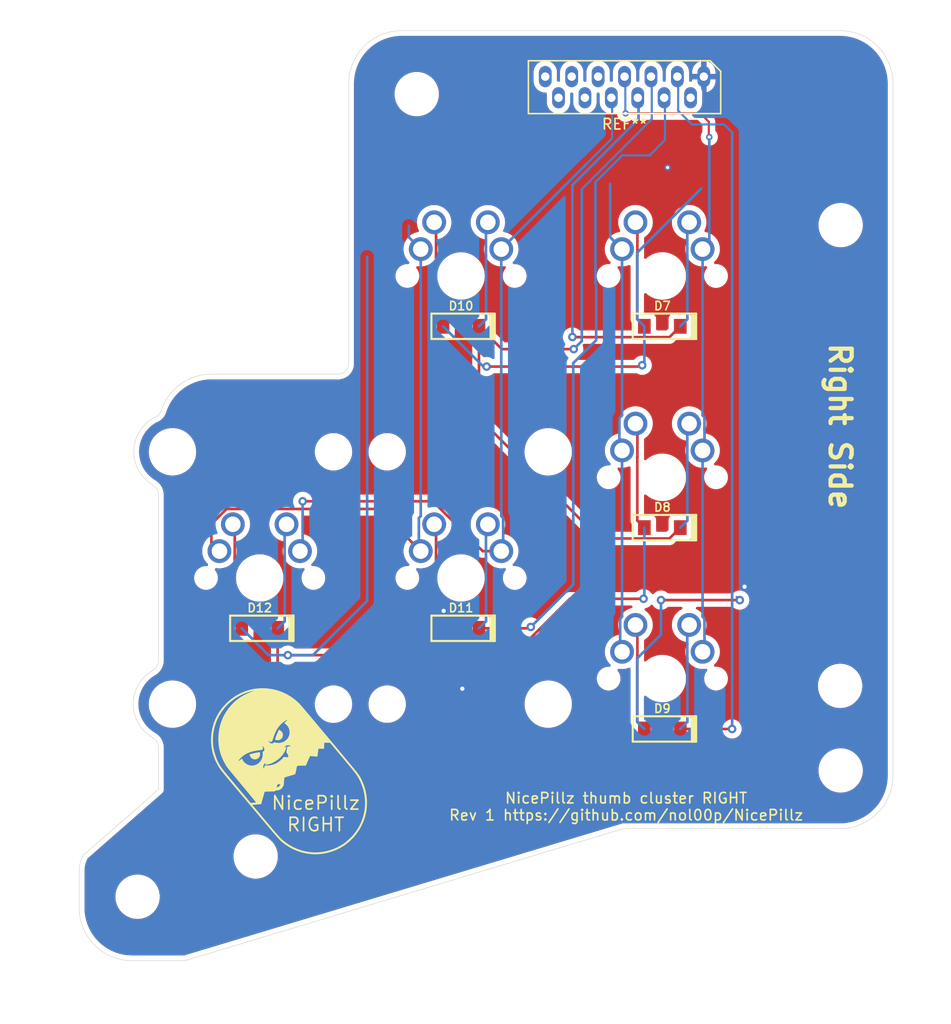
<source format=kicad_pcb>
(kicad_pcb (version 20241229) (generator "pcbnew") (generator_version "9.0")
  (layers (0 "F.Cu" signal) (2 "B.Cu" signal) (13 "F.Paste" user) (15 "B.Paste" user) (5 "F.SilkS" user "F.Silkscreen") (7 "B.SilkS" user "B.Silkscreen") (1 "F.Mask" user) (3 "B.Mask" user) (25 "Edge.Cuts" user))
  (net 0 "")
  (net 1 "Net-(D1-A)")
  (net 2 "/ROW_5")
  (net 3 "Net-(D2-A)")
  (net 4 "/ROW_4")
  (net 5 "Net-(D3-A)")
  (net 6 "Net-(D4-A)")
  (net 7 "Net-(D5-A)")
  (net 8 "Net-(D6-A)")
  (net 9 "/ROW_2")
  (net 10 "Net-(D7-A)")
  (net 11 "/ROW_9")
  (net 12 "Net-(D8-A)")
  (net 13 "Net-(D9-A)")
  (net 14 "Net-(D10-A)")
  (net 15 "Net-(D11-A)")
  (net 16 "Net-(D12-A)")
  (net 17 "/COL_R5")
  (net 18 "/COL_L5")
  (net 19 "/COL_L6")
  (net 20 "/COL_R6")
  (net 21 "/ROW_3")
  (net 22 "/ROW_8")
  (net 23 "/ROW_6")
  (net 24 "/ROW_7")
  (footprint "MountingHole:MountingHole_3.7mm" (layer "F.Cu") (at 239.55 96)
    (property "Reference" "REF5" (hide yes))
    (property "Value" "MountingHole_3.7mm" (hide yes))
    (pad "" np_thru_hole circle (at 0 0) (size 3.7 3.7) (drill 3.7) (layers "*.Cu" "*.Mask"))
  )
  (footprint "MountingHole:MountingHole_3.7mm" (layer "F.Cu") (at 239.55 44.4)
    (property "Reference" "REF1" (hide yes))
    (property "Value" "MountingHole_3.7mm" (hide yes))
    (pad "" np_thru_hole circle (at 0 0) (size 3.7 3.7) (drill 3.7) (layers "*.Cu" "*.Mask"))
  )
  (footprint "MountingHole:MountingHole_3.7mm" (layer "F.Cu") (at 184.194 104.14)
    (property "Reference" "REF3" (hide yes))
    (property "Value" "MountingHole_3.7mm" (hide yes))
    (pad "" np_thru_hole circle (at 0 0) (size 3.7 3.7) (drill 3.7) (layers "*.Cu" "*.Mask"))
  )
  (footprint "MountingHole:MountingHole_3.7mm" (layer "F.Cu") (at 239.5 88)
    (property "Reference" "REF6" (hide yes))
    (property "Value" "MountingHole_3.7mm" (hide yes))
    (pad "" np_thru_hole circle (at 0 0) (size 3.7 3.7) (drill 3.7) (layers "*.Cu" "*.Mask"))
  )
  (footprint "MountingHole:MountingHole_3.7mm" (layer "F.Cu") (at 199.434 32.004)
    (property "Reference" "REF2" (hide yes))
    (property "Value" "MountingHole_3.7mm")
    (pad "" np_thru_hole circle (at 0 0) (size 3.7 3.7) (drill 3.7) (layers "*.Cu" "*.Mask"))
  )
  (footprint "MountingHole:MountingHole_3.7mm" (layer "F.Cu") (at 173.018 107.95)
    (property "Reference" "REF4" (hide yes))
    (property "Value" "MountingHole_3.7mm" (hide yes))
    (pad "" np_thru_hole circle (at 0 0) (size 3.7 3.7) (drill 3.7) (layers "*.Cu" "*.Mask"))
  )
  (footprint "pillz:MXOnly-1U-NoLED-twin" (layer "F.Cu") (at 222.675 68.2625)
    (property "Reference" "MX35")
    (property "Value" "MX-NoLED")
    (pad "1" thru_hole circle (at -3.81 -2.54) (size 2.25 2.25) (drill 1.47) (layers "*.Cu" "B.Mask") (net 18 "/COL_L5"))
    (pad "2" thru_hole circle (at 2.54 -5.08) (size 2.25 2.25) (drill 1.47) (layers "*.Cu" "B.Mask") (net 7 "Net-(D5-A)"))
  )
  (footprint "pillz:MXOnly-2U-VerticalStabilizers-NoLED-twin" (layer "F.Cu") (at 184.575 77.7875)
    (property "Reference" "MX36")
    (property "Value" "MX-NoLED" (hide yes))
    (pad "1" thru_hole circle (at -3.81 -2.54) (size 2.25 2.25) (drill 1.47) (layers "*.Cu" "B.Mask") (net 19 "/COL_L6"))
    (pad "2" thru_hole circle (at 2.54 -5.08) (size 2.25 2.25) (drill 1.47) (layers "*.Cu" "B.Mask") (net 5 "Net-(D3-A)"))
  )
  (footprint "pillz:MXOnly-2U-VerticalStabilizers-NoLED-twin" (layer "F.Cu") (at 203.625 77.7875)
    (property "Reference" "MX46")
    (property "Value" "MX-NoLED" (hide yes))
    (pad "1" thru_hole circle (at -3.81 -2.54) (size 2.25 2.25) (drill 1.47) (layers "*.Cu" "B.Mask") (net 19 "/COL_L6"))
    (pad "2" thru_hole circle (at 2.54 -5.08) (size 2.25 2.25) (drill 1.47) (layers "*.Cu" "B.Mask") (net 3 "Net-(D2-A)"))
  )
  (footprint "keyboard_parts:D_SOD123W_hand" (layer "F.Cu") (at 184.575 82.55 180)
    (property "Reference" "D12" (at 0 1.925 0) (layer "F.SilkS") (effects (font (size 0.8 0.8))))
    (property "Value" "D" (hide yes))
    (pad "1" smd rect (at -1.7 0 180) (size 1.2 1.4) (layers "F.Cu" "F.Mask" "F.Paste") (net 23 "/ROW_6"))
    (pad "2" smd rect (at 1.7 0 180) (size 1.2 1.4) (layers "F.Cu" "F.Mask" "F.Paste") (net 16 "Net-(D12-A)"))
  )
  (footprint "keyboard_parts:D_SOD123W_hand" (layer "F.Cu") (at 203.625 53.975 180)
    (property "Reference" "D10" (at 0 1.925 0) (layer "F.SilkS") (effects (font (size 0.8 0.8))))
    (property "Value" "D" (hide yes))
    (pad "1" smd rect (at -1.7 0 180) (size 1.2 1.4) (layers "F.Cu" "F.Mask" "F.Paste") (net 22 "/ROW_8"))
    (pad "2" smd rect (at 1.7 0 180) (size 1.2 1.4) (layers "F.Cu" "F.Mask" "F.Paste") (net 14 "Net-(D10-A)"))
  )
  (footprint "keyboard_parts:D_SOD123W_hand" (layer "F.Cu") (at 222.675 92.075 180)
    (property "Reference" "D9" (at 0 1.925 0) (layer "F.SilkS") (effects (font (size 0.8 0.8))))
    (property "Value" "D" (hide yes))
    (pad "1" smd rect (at -1.7 0 180) (size 1.2 1.4) (layers "F.Cu" "F.Mask" "F.Paste") (net 23 "/ROW_6"))
    (pad "2" smd rect (at 1.7 0 180) (size 1.2 1.4) (layers "F.Cu" "F.Mask" "F.Paste") (net 13 "Net-(D9-A)"))
  )
  (footprint "keyboard_parts:D_SOD123W_hand" (layer "F.Cu") (at 222.675 73.025 180)
    (property "Reference" "D8" (at 0 1.925 0) (layer "F.SilkS") (effects (font (size 0.8 0.8))))
    (property "Value" "D" (hide yes))
    (pad "1" smd rect (at -1.7 0 180) (size 1.2 1.4) (layers "F.Cu" "F.Mask" "F.Paste") (net 22 "/ROW_8"))
    (pad "2" smd rect (at 1.7 0 180) (size 1.2 1.4) (layers "F.Cu" "F.Mask" "F.Paste") (net 12 "Net-(D8-A)"))
  )
  (footprint "keyboard_parts:D_SOD123W_hand" (layer "F.Cu") (at 203.625 82.55 180)
    (property "Reference" "D11" (at 0 1.925 0) (layer "F.SilkS") (effects (font (size 0.8 0.8))))
    (property "Value" "D" (hide yes))
    (pad "1" smd rect (at -1.7 0 180) (size 1.2 1.4) (layers "F.Cu" "F.Mask" "F.Paste") (net 24 "/ROW_7"))
    (pad "2" smd rect (at 1.7 0 180) (size 1.2 1.4) (layers "F.Cu" "F.Mask" "F.Paste") (net 15 "Net-(D11-A)"))
  )
  (footprint "Local:Molex_0039532135" (layer "F.Cu") (at 219.1 31.35 180)
    (property "Reference" "REF**" (at 0 -3.5 0) (layer "F.SilkS"))
    (property "Value" "Molex_0039532135")
    (pad "1" thru_hole oval (at -7.5 1 180) (size 1.2 2) (drill 0.8) (layers "*.Cu" "*.Mask") (net 4 "/ROW_4"))
    (pad "2" thru_hole oval (at -6.25 -1 180) (size 1.2 2) (drill 0.8) (layers "*.Cu" "*.Mask") (net 9 "/ROW_2"))
    (pad "3" thru_hole oval (at -5 1 180) (size 1.2 2) (drill 0.8) (layers "*.Cu" "*.Mask") (net 23 "/ROW_6"))
    (pad "4" thru_hole oval (at -3.75 -1 180) (size 1.2 2) (drill 0.8) (layers "*.Cu" "*.Mask") (net 24 "/ROW_7"))
    (pad "5" thru_hole oval (at -2.5 1 180) (size 1.2 2) (drill 0.8) (layers "*.Cu" "*.Mask") (net 22 "/ROW_8"))
    (pad "6" thru_hole oval (at -1.25 -1 180) (size 1.2 2) (drill 0.8) (layers "*.Cu" "*.Mask"))
    (pad "7" thru_hole oval (at 0 1 180) (size 1.2 2) (drill 0.8) (layers "*.Cu" "*.Mask") (net 20 "/COL_R6"))
    (pad "8" thru_hole oval (at 1.25 -1 180) (size 1.2 2) (drill 0.8) (layers "*.Cu" "*.Mask") (net 17 "/COL_R5"))
    (pad "9" thru_hole oval (at 2.5 1 180) (size 1.2 2) (drill 0.8) (layers "*.Cu" "*.Mask"))
    (pad "10" thru_hole oval (at 3.75 -1 180) (size 1.2 2) (drill 0.8) (layers "*.Cu" "*.Mask"))
    (pad "11" thru_hole oval (at 5 1 180) (size 1.2 2) (drill 0.8) (layers "*.Cu" "*.Mask"))
    (pad "12" thru_hole oval (at 6.25 -1 180) (size 1.2 2) (drill 0.8) (layers "*.Cu" "*.Mask"))
    (pad "13" thru_hole oval (at 7.5 1 180) (size 1.2 2) (drill 0.8) (layers "*.Cu" "*.Mask"))
  )
  (footprint "keyboard_parts:D_SOD123W_hand" (layer "F.Cu") (at 222.675 53.975 180)
    (property "Reference" "D7" (at 0 1.925 0) (layer "F.SilkS") (effects (font (size 0.8 0.8))))
    (property "Value" "D" (hide yes))
    (pad "1" smd rect (at -1.7 0 180) (size 1.2 1.4) (layers "F.Cu" "F.Mask" "F.Paste") (net 11 "/ROW_9"))
    (pad "2" smd rect (at 1.7 0 180) (size 1.2 1.4) (layers "F.Cu" "F.Mask" "F.Paste") (net 10 "Net-(D7-A)"))
  )
  (footprint "pillz:MXOnly-1U-NoLED-twin" (layer "F.Cu") (at 203.625 49.2125)
    (property "Reference" "MX56")
    (property "Value" "MX-NoLED")
    (pad "1" thru_hole circle (at -3.81 -2.54) (size 2.25 2.25) (drill 1.47) (layers "*.Cu" "B.Mask") (net 19 "/COL_L6"))
    (pad "2" thru_hole circle (at 2.54 -5.08) (size 2.25 2.25) (drill 1.47) (layers "*.Cu" "B.Mask") (net 1 "Net-(D1-A)"))
  )
  (footprint "pillz:MXOnly-1U-NoLED-twin" (layer "F.Cu") (at 222.675 49.2125)
    (property "Reference" "MX55")
    (property "Value" "MX-NoLED")
    (pad "1" thru_hole circle (at -3.81 -2.54) (size 2.25 2.25) (drill 1.47) (layers "*.Cu" "B.Mask") (net 18 "/COL_L5"))
    (pad "2" thru_hole circle (at 2.54 -5.08) (size 2.25 2.25) (drill 1.47) (layers "*.Cu" "B.Mask") (net 6 "Net-(D4-A)"))
  )
  (footprint "Local:NicePillz_mini" (layer "F.Cu") (at 187.309299 96.064381 40)
    (property "Reference" "G***" (at 0 0 40) (layer "F.SilkS") (effects (font (size 1.5 1.5) (thickness 0.3))))
    (property "Value" "LOGO" (hide yes))
  )
  (footprint "pillz:MXOnly-1U-NoLED-twin" (layer "F.Cu") (at 222.675 87.3125)
    (property "Reference" "MX25")
    (property "Value" "MX-NoLED")
    (pad "1" thru_hole circle (at -3.81 -2.54) (size 2.25 2.25) (drill 1.47) (layers "*.Cu" "B.Mask") (net 18 "/COL_L5"))
    (pad "2" thru_hole circle (at 2.54 -5.08) (size 2.25 2.25) (drill 1.47) (layers "*.Cu" "B.Mask") (net 8 "Net-(D6-A)"))
  )
  (footprint "MX_Alps_Hybrid:MXOnly-1U-NoLED" (layer "B.Cu") (at 203.625 49.2125 180)
    (property "Reference" "MX85")
    (property "Value" "MX-NoLED")
    (pad "" np_thru_hole circle (at -5.08 0 131.9004) (size 1.75 1.75) (drill 1.75) (layers "*.Cu" "*.Mask"))
    (pad "" np_thru_hole circle (at 0 0 180) (size 3.9878 3.9878) (drill 3.9878) (layers "*.Cu" "*.Mask"))
    (pad "" np_thru_hole circle (at 5.08 0 131.9004) (size 1.75 1.75) (drill 1.75) (layers "*.Cu" "*.Mask"))
    (pad "1" thru_hole circle (at -3.81 2.54 180) (size 2.25 2.25) (drill 1.47) (layers "*.Cu" "F.Mask") (net 17 "/COL_R5"))
    (pad "2" thru_hole circle (at 2.54 5.08 180) (size 2.25 2.25) (drill 1.47) (layers "*.Cu" "F.Mask") (net 14 "Net-(D10-A)"))
  )
  (footprint "MX_Alps_Hybrid:MXOnly-1U-NoLED" (layer "B.Cu") (at 222.675 49.2125 180)
    (property "Reference" "MX96")
    (property "Value" "MX-NoLED")
    (pad "" np_thru_hole circle (at -5.08 0 131.9004) (size 1.75 1.75) (drill 1.75) (layers "*.Cu" "*.Mask"))
    (pad "" np_thru_hole circle (at 0 0 180) (size 3.9878 3.9878) (drill 3.9878) (layers "*.Cu" "*.Mask"))
    (pad "" np_thru_hole circle (at 5.08 0 131.9004) (size 1.75 1.75) (drill 1.75) (layers "*.Cu" "*.Mask"))
    (pad "1" thru_hole circle (at -3.81 2.54 180) (size 2.25 2.25) (drill 1.47) (layers "*.Cu" "F.Mask") (net 20 "/COL_R6"))
    (pad "2" thru_hole circle (at 2.54 5.08 180) (size 2.25 2.25) (drill 1.47) (layers "*.Cu" "F.Mask") (net 10 "Net-(D7-A)"))
  )
  (footprint "MX_Alps_Hybrid:MXOnly-1U-NoLED" (layer "B.Cu") (at 222.675 68.2625 180)
    (property "Reference" "MX86")
    (property "Value" "MX-NoLED")
    (pad "" np_thru_hole circle (at -5.08 0 131.9004) (size 1.75 1.75) (drill 1.75) (layers "*.Cu" "*.Mask"))
    (pad "" np_thru_hole circle (at 0 0 180) (size 3.9878 3.9878) (drill 3.9878) (layers "*.Cu" "*.Mask"))
    (pad "" np_thru_hole circle (at 5.08 0 131.9004) (size 1.75 1.75) (drill 1.75) (layers "*.Cu" "*.Mask"))
    (pad "1" thru_hole circle (at -3.81 2.54 180) (size 2.25 2.25) (drill 1.47) (layers "*.Cu" "F.Mask") (net 20 "/COL_R6"))
    (pad "2" thru_hole circle (at 2.54 5.08 180) (size 2.25 2.25) (drill 1.47) (layers "*.Cu" "F.Mask") (net 12 "Net-(D8-A)"))
  )
  (footprint "MX_Alps_Hybrid:MXOnly-1U-NoLED" (layer "B.Cu") (at 222.675 87.3125 180)
    (property "Reference" "MX66")
    (property "Value" "MX-NoLED")
    (pad "" np_thru_hole circle (at -5.08 0 131.9004) (size 1.75 1.75) (drill 1.75) (layers "*.Cu" "*.Mask"))
    (pad "" np_thru_hole circle (at 0 0 180) (size 3.9878 3.9878) (drill 3.9878) (layers "*.Cu" "*.Mask"))
    (pad "" np_thru_hole circle (at 5.08 0 131.9004) (size 1.75 1.75) (drill 1.75) (layers "*.Cu" "*.Mask"))
    (pad "1" thru_hole circle (at -3.81 2.54 180) (size 2.25 2.25) (drill 1.47) (layers "*.Cu" "F.Mask") (net 20 "/COL_R6"))
    (pad "2" thru_hole circle (at 2.54 5.08 180) (size 2.25 2.25) (drill 1.47) (layers "*.Cu" "F.Mask") (net 13 "Net-(D9-A)"))
  )
  (footprint "MX_Only:MXOnly-2U-ReversedVerticalStabilizers-NoLED" (layer "B.Cu") (at 203.625 77.7875 180)
    (property "Reference" "MX75")
    (property "Value" "MX-NoLED" (hide yes))
    (pad "" np_thru_hole circle (at -8.255 -11.938 90) (size 3.9878 3.9878) (drill 3.9878) (layers "*.Cu" "*.Mask"))
    (pad "" np_thru_hole circle (at -8.255 11.938 90) (size 3.9878 3.9878) (drill 3.9878) (layers "*.Cu" "*.Mask"))
    (pad "" np_thru_hole circle (at -5.08 0 131.9004) (size 1.75 1.75) (drill 1.75) (layers "*.Cu" "*.Mask"))
    (pad "" np_thru_hole circle (at 0 0 180) (size 3.9878 3.9878) (drill 3.9878) (layers "*.Cu" "*.Mask"))
    (pad "" np_thru_hole circle (at 5.08 0 131.9004) (size 1.75 1.75) (drill 1.75) (layers "*.Cu" "*.Mask"))
    (pad "" np_thru_hole circle (at 6.985 -11.938 90) (size 3.048 3.048) (drill 3.048) (layers "*.Cu" "*.Mask"))
    (pad "" np_thru_hole circle (at 6.985 11.938) (size 3.048 3.048) (drill 3.048) (layers "*.Cu" "*.Mask"))
    (pad "1" thru_hole circle (at -3.81 2.54 180) (size 2.25 2.25) (drill 1.47) (layers "*.Cu" "F.Mask") (net 17 "/COL_R5"))
    (pad "2" thru_hole circle (at 2.54 5.08 180) (size 2.25 2.25) (drill 1.47) (layers "*.Cu" "F.Mask") (net 15 "Net-(D11-A)"))
  )
  (footprint "MX_Only:MXOnly-2U-VerticalStabilizers-NoLED" (layer "B.Cu") (at 184.575 77.7875 180)
    (property "Reference" "MX65")
    (property "Value" "MX-NoLED" (hide yes))
    (pad "" np_thru_hole circle (at -6.985 -11.938 90) (size 3.048 3.048) (drill 3.048) (layers "*.Cu" "*.Mask"))
    (pad "" np_thru_hole circle (at -6.985 11.938) (size 3.048 3.048) (drill 3.048) (layers "*.Cu" "*.Mask"))
    (pad "" np_thru_hole circle (at -5.08 0 131.9004) (size 1.75 1.75) (drill 1.75) (layers "*.Cu" "*.Mask"))
    (pad "" np_thru_hole circle (at 0 0 180) (size 3.9878 3.9878) (drill 3.9878) (layers "*.Cu" "*.Mask"))
    (pad "" np_thru_hole circle (at 5.08 0 131.9004) (size 1.75 1.75) (drill 1.75) (layers "*.Cu" "*.Mask"))
    (pad "" np_thru_hole circle (at 8.255 -11.938 90) (size 3.9878 3.9878) (drill 3.9878) (layers "*.Cu" "*.Mask"))
    (pad "" np_thru_hole circle (at 8.255 11.938 90) (size 3.9878 3.9878) (drill 3.9878) (layers "*.Cu" "*.Mask"))
    (pad "1" thru_hole circle (at -3.81 2.54 180) (size 2.25 2.25) (drill 1.47) (layers "*.Cu" "F.Mask") (net 17 "/COL_R5"))
    (pad "2" thru_hole circle (at 2.54 5.08 180) (size 2.25 2.25) (drill 1.47) (layers "*.Cu" "F.Mask") (net 16 "Net-(D12-A)"))
  )
  (gr_line (start 219 101.5) (end 177.5 114) (stroke (width 0.05)) (layer "Edge.Cuts"))
  (gr_line (start 175 97.79) (end 167.897667 104.007398) (stroke (width 0.05)) (layer "Edge.Cuts"))
  (gr_line (start 239.5 26) (end 198 26) (stroke (width 0.05)) (layer "Edge.Cuts"))
  (gr_line (start 244.5 31) (end 244.5 96.5) (stroke (width 0.05)) (layer "Edge.Cuts"))
  (gr_arc (start 193 57.5) (mid 192.707107 58.207107) (end 192 58.5) (stroke (width 0.05)) (layer "Edge.Cuts"))
  (gr_line (start 193 31) (end 193 57.5) (stroke (width 0.05)) (layer "Edge.Cuts"))
  (gr_line (start 192 58.5) (end 180 58.5) (stroke (width 0.05)) (layer "Edge.Cuts"))
  (gr_line (start 175 69.970668) (end 175 85.553532) (stroke (width 0.05)) (layer "Edge.Cuts"))
  (gr_arc (start 175.242953 61.981325) (mid 177.053349 59.464362) (end 180 58.5) (stroke (width 0.05)) (layer "Edge.Cuts"))
  (gr_arc (start 239.5 26) (mid 243.035534 27.464466) (end 244.5 31) (stroke (width 0.05)) (layer "Edge.Cuts"))
  (gr_arc (start 244.5 96.5) (mid 243.035534 100.035534) (end 239.5 101.5) (stroke (width 0.05)) (layer "Edge.Cuts"))
  (gr_arc (start 172.5 114) (mid 168.964466 112.535534) (end 167.5 109) (stroke (width 0.05)) (layer "Edge.Cuts"))
  (gr_arc (start 175.242953 61.981325) (mid 174.992178 62.37288) (end 174.5928 62.611) (stroke (width 0.05)) (layer "Edge.Cuts"))
  (gr_arc (start 167.5 105.5) (mid 167.601121 104.727666) (end 167.897667 104.007398) (stroke (width 0.05)) (layer "Edge.Cuts"))
  (gr_arc (start 175 85.553532) (mid 174.849889 86.140863) (end 174.415 86.5632) (stroke (width 0.05)) (layer "Edge.Cuts"))
  (gr_arc (start 174.415 68.961) (mid 174.849901 69.383329) (end 175 69.970668) (stroke (width 0.05)) (layer "Edge.Cuts"))
  (gr_line (start 172.5 114) (end 177.5 114) (stroke (width 0.05)) (layer "Edge.Cuts"))
  (gr_arc (start 174.415 68.961) (mid 172.662246 65.734409) (end 174.592757 62.610923) (stroke (width 0.05)) (layer "Edge.Cuts"))
  (gr_line (start 167.5 109) (end 167.5 105.5) (stroke (width 0.05)) (layer "Edge.Cuts"))
  (gr_line (start 239.5 101.5) (end 219 101.5) (stroke (width 0.05)) (layer "Edge.Cuts"))
  (gr_line (start 174.9992 93.8784) (end 175 97.79) (stroke (width 0.05)) (layer "Edge.Cuts"))
  (gr_arc (start 174.4142 92.868732) (mid 174.849088 93.291064) (end 174.9992 93.8784) (stroke (width 0.05)) (layer "Edge.Cuts"))
  (gr_arc (start 174.4142 92.868731) (mid 172.601333 89.714296) (end 174.42 86.5632) (stroke (width 0.05)) (layer "Edge.Cuts"))
  (gr_arc (start 193 31) (mid 194.464466 27.464466) (end 198 26) (stroke (width 0.05)) (layer "Edge.Cuts"))
  (gr_text "NicePillz thumb cluster RIGHT\nRev 1 https://github.com/nol00p/NicePillz" (at 219.25 99.425 0) (layer "F.SilkS") (effects (font (size 1 1))))
  (gr_text "Right Side" (at 239.5 63.425 270) (layer "F.SilkS") (effects (font (size 2 2) (thickness 0.4) (bold yes))))
  (gr_text "NicePillz\nRIGHT" (at 189.875 100.1 0) (layer "F.SilkS") (effects (font (size 1.27 1.27))))
  (segment (start 205.985 47.27311) (end 205.985 44.3125) (width 0.25) (layer "B.Cu") (net 1))
  (segment (start 205.325 53.975) (end 205.9939 53.3061) (width 0.25) (layer "B.Cu") (net 1))
  (segment (start 205.9939 47.28201) (end 205.985 47.27311) (width 0.25) (layer "B.Cu") (net 1))
  (segment (start 205.985 44.3125) (end 206.165 44.1325) (width 0.25) (layer "B.Cu") (net 1))
  (segment (start 205.9939 53.3061) (end 205.9939 47.28201) (width 0.25) (layer "B.Cu") (net 1))
  (segment (start 220.643 57.785) (end 220.77 57.658) (width 0.25) (layer "F.Cu") (net 2))
  (segment (start 206.05 57.785) (end 220.643 57.785) (width 0.25) (layer "F.Cu") (net 2))
  (via (at 206.05 57.785) (size 0.8) (drill 0.4) (layers "F.Cu" "B.Cu") (net 2))
  (via (at 220.77 57.658) (size 0.8) (drill 0.4) (layers "F.Cu" "B.Cu") (net 2))
  (segment (start 201.925 53.975) (end 205.735 57.785) (width 0.25) (layer "B.Cu") (net 2))
  (segment (start 205.735 57.785) (end 206.05 57.785) (width 0.25) (layer "B.Cu") (net 2))
  (segment (start 220.3061 53.3061) (end 220.3061 46.99079) (width 0.25) (layer "B.Cu") (net 2))
  (segment (start 220.77 57.658) (end 220.975 57.453) (width 0.25) (layer "B.Cu") (net 2))
  (segment (start 220.3061 46.99079) (end 226.358 40.93889) (width 0.25) (layer "B.Cu") (net 2))
  (segment (start 220.975 53.975) (end 220.3061 53.3061) (width 0.25) (layer "B.Cu") (net 2))
  (segment (start 220.975 57.453) (end 220.975 53.975) (width 0.25) (layer "B.Cu") (net 2))
  (segment (start 205.985 72.8875) (end 206.165 72.7075) (width 0.25) (layer "B.Cu") (net 3))
  (segment (start 205.9939 81.8811) (end 205.9939 75.85701) (width 0.25) (layer "B.Cu") (net 3))
  (segment (start 205.9939 75.85701) (end 205.985 75.84811) (width 0.25) (layer "B.Cu") (net 3))
  (segment (start 205.985 75.84811) (end 205.985 72.8875) (width 0.25) (layer "B.Cu") (net 3))
  (segment (start 205.325 82.55) (end 205.9939 81.8811) (width 0.25) (layer "B.Cu") (net 3))
  (segment (start 209.647267 78.613) (end 207.361267 80.899) (width 0.25) (layer "F.Cu") (net 4))
  (segment (start 230.454 78.613) (end 209.647267 78.613) (width 0.25) (layer "F.Cu") (net 4))
  (segment (start 207.361267 80.899) (end 201.9811 80.899) (width 0.25) (layer "F.Cu") (net 4))
  (via (at 230.454 78.613) (size 0.8) (drill 0.4) (layers "F.Cu" "B.Cu") (net 4))
  (via (at 203.752 88.265) (size 0.8) (drill 0.4) (layers "F.Cu" "B.Cu") (net 4))
  (via (at 223.175 38.95) (size 0.6) (drill 0.3) (layers "F.Cu" "B.Cu") (net 4))
  (via (at 201.9811 80.899) (size 0.8) (drill 0.4) (layers "F.Cu" "B.Cu") (net 4))
  (segment (start 201.9811 80.899) (end 201.9811 82.4939) (width 0.25) (layer "B.Cu") (net 4))
  (segment (start 230.179 70.358) (end 230.179 78.338) (width 0.25) (layer "B.Cu") (net 4))
  (segment (start 230.179 78.338) (end 230.454 78.613) (width 0.25) (layer "B.Cu") (net 4))
  (segment (start 201.9811 82.4939) (end 201.925 82.55) (width 0.25) (layer "B.Cu") (net 4))
  (segment (start 186.9439 81.8811) (end 186.9439 75.85701) (width 0.25) (layer "B.Cu") (net 5))
  (segment (start 186.935 75.84811) (end 186.935 72.8875) (width 0.25) (layer "B.Cu") (net 5))
  (segment (start 186.9439 75.85701) (end 186.935 75.84811) (width 0.25) (layer "B.Cu") (net 5))
  (segment (start 186.275 82.55) (end 186.9439 81.8811) (width 0.25) (layer "B.Cu") (net 5))
  (segment (start 186.935 72.8875) (end 187.115 72.7075) (width 0.25) (layer "B.Cu") (net 5))
  (segment (start 225.0439 53.3061) (end 225.0439 47.28201) (width 0.25) (layer "B.Cu") (net 6))
  (segment (start 225.035 44.3125) (end 225.215 44.1325) (width 0.25) (layer "B.Cu") (net 6))
  (segment (start 224.375 53.975) (end 225.0439 53.3061) (width 0.25) (layer "B.Cu") (net 6))
  (segment (start 225.0439 47.28201) (end 225.035 47.27311) (width 0.25) (layer "B.Cu") (net 6))
  (segment (start 225.035 47.27311) (end 225.035 44.3125) (width 0.25) (layer "B.Cu") (net 6))
  (segment (start 225.035 66.32311) (end 225.035 63.3625) (width 0.25) (layer "B.Cu") (net 7))
  (segment (start 224.375 73.025) (end 225.0439 72.3561) (width 0.25) (layer "B.Cu") (net 7))
  (segment (start 225.035 63.3625) (end 225.215 63.1825) (width 0.25) (layer "B.Cu") (net 7))
  (segment (start 225.0439 72.3561) (end 225.0439 66.33201) (width 0.25) (layer "B.Cu") (net 7))
  (segment (start 225.0439 66.33201) (end 225.035 66.32311) (width 0.25) (layer "B.Cu") (net 7))
  (segment (start 225.0439 85.38201) (end 225.035 85.37311) (width 0.25) (layer "B.Cu") (net 8))
  (segment (start 225.035 85.37311) (end 225.035 82.4125) (width 0.25) (layer "B.Cu") (net 8))
  (segment (start 224.375 92.075) (end 225.0439 91.4061) (width 0.25) (layer "B.Cu") (net 8))
  (segment (start 225.035 82.4125) (end 225.215 82.2325) (width 0.25) (layer "B.Cu") (net 8))
  (segment (start 225.0439 91.4061) (end 225.0439 85.38201) (width 0.25) (layer "B.Cu") (net 8))
  (segment (start 222.548 79.883) (end 230.004 79.883) (width 0.25) (layer "F.Cu") (net 9))
  (via (at 222.548 79.883) (size 0.8) (drill 0.4) (layers "F.Cu" "B.Cu") (net 9))
  (via (at 230.004 79.883) (size 0.8) (drill 0.4) (layers "F.Cu" "B.Cu") (net 9))
  (segment (start 220.3061 91.4061) (end 220.3061 85.38201) (width 0.25) (layer "B.Cu") (net 9))
  (segment (start 230.004 79.883) (end 229.729 79.608) (width 0.25) (layer "B.Cu") (net 9))
  (segment (start 220.3061 85.38201) (end 222.548 83.14011) (width 0.25) (layer "B.Cu") (net 9))
  (segment (start 220.975 92.075) (end 220.3061 91.4061) (width 0.25) (layer "B.Cu") (net 9))
  (segment (start 222.548 83.14011) (end 222.548 79.883) (width 0.25) (layer "B.Cu") (net 9))
  (segment (start 220.315 47.27311) (end 220.315 44.3125) (width 0.25) (layer "F.Cu") (net 10))
  (segment (start 220.3061 53.3061) (end 220.3061 47.28201) (width 0.25) (layer "F.Cu") (net 10))
  (segment (start 220.975 53.975) (end 220.3061 53.3061) (width 0.25) (layer "F.Cu") (net 10))
  (segment (start 220.3061 47.28201) (end 220.315 47.27311) (width 0.25) (layer "F.Cu") (net 10))
  (segment (start 220.315 44.3125) (end 220.135 44.1325) (width 0.25) (layer "F.Cu") (net 10))
  (segment (start 223.35 55) (end 215.944 55) (width 0.25) (layer "F.Cu") (net 11))
  (segment (start 215.944 55) (end 214.175 55) (width 0.25) (layer "F.Cu") (net 11))
  (segment (start 224.375 53.975) (end 223.35 55) (width 0.25) (layer "F.Cu") (net 11))
  (segment (start 215.944 55) (end 215.699 55) (width 0.25) (layer "F.Cu") (net 11))
  (segment (start 214.175 55) (end 214.166 54.991) (width 0.25) (layer "F.Cu") (net 11))
  (via (at 214.166 54.991) (size 0.8) (drill 0.4) (layers "F.Cu" "B.Cu") (net 11))
  (segment (start 214.166 54.991) (end 214.166 40.612752) (width 0.25) (layer "B.Cu") (net 11))
  (segment (start 214.166 40.612752) (end 220.425 34.353752) (width 0.25) (layer "B.Cu") (net 11))
  (segment (start 220.425 34.353752) (end 220.425 32.175) (width 0.25) (layer "B.Cu") (net 11))
  (segment (start 220.975 73.025) (end 220.3061 72.3561) (width 0.25) (layer "F.Cu") (net 12))
  (segment (start 220.3061 66.33201) (end 220.315 66.32311) (width 0.25) (layer "F.Cu") (net 12))
  (segment (start 220.315 63.3625) (end 220.135 63.1825) (width 0.25) (layer "F.Cu") (net 12))
  (segment (start 220.315 66.32311) (end 220.315 63.3625) (width 0.25) (layer "F.Cu") (net 12))
  (segment (start 220.3061 72.3561) (end 220.3061 66.33201) (width 0.25) (layer "F.Cu") (net 12))
  (segment (start 220.3061 85.38201) (end 220.315 85.37311) (width 0.25) (layer "F.Cu") (net 13))
  (segment (start 220.3061 91.4061) (end 220.3061 85.38201) (width 0.25) (layer "F.Cu") (net 13))
  (segment (start 220.315 82.4125) (end 220.135 82.2325) (width 0.25) (layer "F.Cu") (net 13))
  (segment (start 220.315 85.37311) (end 220.315 82.4125) (width 0.25) (layer "F.Cu") (net 13))
  (segment (start 220.975 92.075) (end 220.3061 91.4061) (width 0.25) (layer "F.Cu") (net 13))
  (segment (start 201.265 47.27311) (end 201.265 44.3125) (width 0.25) (layer "F.Cu") (net 14))
  (segment (start 201.2561 47.28201) (end 201.265 47.27311) (width 0.25) (layer "F.Cu") (net 14))
  (segment (start 201.925 53.975) (end 201.2561 53.3061) (width 0.25) (layer "F.Cu") (net 14))
  (segment (start 201.2561 53.3061) (end 201.2561 47.28201) (width 0.25) (layer "F.Cu") (net 14))
  (segment (start 201.265 44.3125) (end 201.085 44.1325) (width 0.25) (layer "F.Cu") (net 14))
  (segment (start 201.265 72.8875) (end 201.085 72.7075) (width 0.25) (layer "F.Cu") (net 15))
  (segment (start 201.925 82.55) (end 201.2561 81.8811) (width 0.25) (layer "F.Cu") (net 15))
  (segment (start 201.2561 81.8811) (end 201.2561 75.85701) (width 0.25) (layer "F.Cu") (net 15))
  (segment (start 201.2561 75.85701) (end 201.265 75.84811) (width 0.25) (layer "F.Cu") (net 15))
  (segment (start 201.265 75.84811) (end 201.265 72.8875) (width 0.25) (layer "F.Cu") (net 15))
  (segment (start 182.2061 81.8811) (end 182.2061 75.85701) (width 0.25) (layer "F.Cu") (net 16))
  (segment (start 182.2061 75.85701) (end 182.215 75.84811) (width 0.25) (layer "F.Cu") (net 16))
  (segment (start 182.875 82.55) (end 182.2061 81.8811) (width 0.25) (layer "F.Cu") (net 16))
  (segment (start 182.215 75.84811) (end 182.215 72.8875) (width 0.25) (layer "F.Cu") (net 16))
  (segment (start 182.215 72.8875) (end 182.035 72.7075) (width 0.25) (layer "F.Cu") (net 16))
  (segment (start 207.435 75.2475) (end 205.67561 75.2475) (width 0.25) (layer "F.Cu") (net 17))
  (segment (start 205.67561 75.2475) (end 200.96061 70.5325) (width 0.25) (layer "F.Cu") (net 17))
  (segment (start 200.96061 70.5325) (end 188.639 70.5325) (width 0.25) (layer "F.Cu") (net 17))
  (via (at 188.639 70.5325) (size 0.8) (drill 0.4) (layers "F.Cu" "B.Cu") (net 17))
  (segment (start 217.925 36.1825) (end 215.50396 38.60354) (width 0.2) (layer "B.Cu") (net 17))
  (segment (start 207.615 72.10689) (end 207.615 75.0675) (width 0.25) (layer "B.Cu") (net 17))
  (segment (start 207.435 71.92689) (end 207.615 72.10689) (width 0.25) (layer "B.Cu") (net 17))
  (segment (start 207.615 75.0675) (end 207.435 75.2475) (width 0.25) (layer "B.Cu") (net 17))
  (segment (start 188.639 74.9935) (end 188.385 75.2475) (width 0.25) (layer "B.Cu") (net 17))
  (segment (start 207.435 46.6725) (end 207.435 71.92689) (width 0.25) (layer "B.Cu") (net 17))
  (segment (start 188.639 70.5325) (end 188.639 74.9935) (width 0.25) (layer "B.Cu") (net 17))
  (segment (start 217.925 32.175) (end 217.925 36.1825) (width 0.2) (layer "B.Cu") (net 17))
  (segment (start 207.435 46.6725) (end 215.50396 38.60354) (width 0.25) (layer "B.Cu") (net 17))
  (segment (start 218.865 65.7225) (end 218.865 81.45189) (width 0.25) (layer "B.Cu") (net 18))
  (segment (start 218.865 46.6725) (end 217.74 45.5475) (width 0.25) (layer "B.Cu") (net 18))
  (segment (start 218.865 46.6725) (end 218.865 62.40189) (width 0.25) (layer "B.Cu") (net 18))
  (segment (start 218.685 84.5925) (end 218.865 84.7725) (width 0.25) (layer "B.Cu") (net 18))
  (segment (start 218.685 81.63189) (end 218.685 84.5925) (width 0.25) (layer "B.Cu") (net 18))
  (segment (start 218.611 65.4685) (end 218.865 65.7225) (width 0.25) (layer "B.Cu") (net 18))
  (segment (start 218.611 62.65589) (end 218.611 65.4685) (width 0.25) (layer "B.Cu") (net 18))
  (segment (start 218.865 62.40189) (end 218.611 62.65589) (width 0.25) (layer "B.Cu") (net 18))
  (segment (start 218.865 81.45189) (end 218.685 81.63189) (width 0.25) (layer "B.Cu") (net 18))
  (segment (start 217.74 45.5475) (end 217.74 40.495) (width 0.25) (layer "B.Cu") (net 18))
  (segment (start 180.003 72.68889) (end 180.003 74.4855) (width 0.25) (layer "F.Cu") (net 19))
  (segment (start 181.43439 71.2575) (end 180.003 72.68889) (width 0.25) (layer "F.Cu") (net 19))
  (segment (start 199.815 75.2475) (end 195.825 71.2575) (width 0.25) (layer "F.Cu") (net 19))
  (segment (start 180.003 74.4855) (end 180.765 75.2475) (width 0.25) (layer "F.Cu") (net 19))
  (segment (start 195.825 71.2575) (end 181.43439 71.2575) (width 0.25) (layer "F.Cu") (net 19))
  (segment (start 198.69 45.5475) (end 198.69 44.47689) (width 0.25) (layer "B.Cu") (net 19))
  (segment (start 199.815 71.92689) (end 199.635 72.10689) (width 0.25) (layer "B.Cu") (net 19))
  (segment (start 199.635 72.10689) (end 199.635 75.0675) (width 0.25) (layer "B.Cu") (net 19))
  (segment (start 199.815 46.6725) (end 199.815 71.92689) (width 0.25) (layer "B.Cu") (net 19))
  (segment (start 199.635 75.0675) (end 199.815 75.2475) (width 0.25) (layer "B.Cu") (net 19))
  (segment (start 199.815 46.6725) (end 198.69 45.5475) (width 0.25) (layer "B.Cu") (net 19))
  (segment (start 219.2 33.825) (end 226.275 33.825) (width 0.2) (layer "F.Cu") (net 20))
  (segment (start 227.075 36.023) (end 227.12 36.068) (width 0.2) (layer "F.Cu") (net 20))
  (segment (start 227.075 34.625) (end 227.075 36.023) (width 0.2) (layer "F.Cu") (net 20))
  (segment (start 226.275 33.825) (end 227.075 34.625) (width 0.2) (layer "F.Cu") (net 20))
  (via (at 219.2 33.825) (size 0.6) (drill 0.3) (layers "F.Cu" "B.Cu") (net 20))
  (via (at 227.12 36.068) (size 0.6) (drill 0.3) (layers "F.Cu" "B.Cu") (net 20))
  (segment (start 219.175 33.8) (end 219.2 33.825) (width 0.2) (layer "B.Cu") (net 20))
  (segment (start 226.665 81.63189) (end 226.665 84.5925) (width 0.25) (layer "B.Cu") (net 20))
  (segment (start 219.175 30.525) (end 219.175 33.8) (width 0.2) (layer "B.Cu") (net 20))
  (segment (start 227.12 46.0375) (end 226.485 46.6725) (width 0.25) (layer "B.Cu") (net 20))
  (segment (start 226.665 84.5925) (end 226.485 84.7725) (width 0.25) (layer "B.Cu") (net 20))
  (segment (start 227.12 36.068) (end 227.12 46.0375) (width 0.25) (layer "B.Cu") (net 20))
  (segment (start 226.485 62.40189) (end 226.665 62.58189) (width 0.25) (layer "B.Cu") (net 20))
  (segment (start 226.485 81.45189) (end 226.665 81.63189) (width 0.25) (layer "B.Cu") (net 20))
  (segment (start 226.665 65.5425) (end 226.485 65.7225) (width 0.25) (layer "B.Cu") (net 20))
  (segment (start 226.485 65.7225) (end 226.485 81.45189) (width 0.25) (layer "B.Cu") (net 20))
  (segment (start 226.485 46.6725) (end 226.485 62.40189) (width 0.25) (layer "B.Cu") (net 20))
  (segment (start 226.665 62.58189) (end 226.665 65.5425) (width 0.25) (layer "B.Cu") (net 20))
  (segment (start 220.897 79.756) (end 213.921305 79.756) (width 0.25) (layer "F.Cu") (net 21))
  (segment (start 208.587305 85.09) (end 187.242 85.09) (width 0.25) (layer "F.Cu") (net 21))
  (segment (start 213.921305 79.756) (end 208.587305 85.09) (width 0.25) (layer "F.Cu") (net 21))
  (via (at 187.242 85.09) (size 0.8) (drill 0.4) (layers "F.Cu" "B.Cu") (net 21))
  (via (at 220.897 79.756) (size 0.8) (drill 0.4) (layers "F.Cu" "B.Cu") (net 21))
  (segment (start 187.242 85.09) (end 185.415 85.09) (width 0.25) (layer "B.Cu") (net 21))
  (segment (start 185.415 85.09) (end 182.875 82.55) (width 0.25) (layer "B.Cu") (net 21))
  (segment (start 220.975 73.025) (end 220.975 79.678) (width 0.25) (layer "B.Cu") (net 21))
  (segment (start 187.242 85.09) (end 189.610092 85.09) (width 0.25) (layer "B.Cu") (net 21))
  (segment (start 189.610092 85.09) (end 194.741 79.959092) (width 0.25) (layer "B.Cu") (net 21))
  (segment (start 194.741 79.959092) (end 194.741 47.400584) (width 0.25) (layer "B.Cu") (net 21))
  (segment (start 220.975 79.678) (end 220.897 79.756) (width 0.25) (layer "B.Cu") (net 21))
  (segment (start 207.484 56.134) (end 205.325 53.975) (width 0.25) (layer "F.Cu") (net 22))
  (segment (start 205.325 62.644631) (end 205.325 53.975) (width 0.25) (layer "F.Cu") (net 22))
  (segment (start 216.730369 74.05) (end 205.325 62.644631) (width 0.25) (layer "F.Cu") (net 22))
  (segment (start 214.293 56.134) (end 207.484 56.134) (width 0.25) (layer "F.Cu") (net 22))
  (segment (start 223.35 74.05) (end 216.730369 74.05) (width 0.25) (layer "F.Cu") (net 22))
  (segment (start 224.375 73.025) (end 223.35 74.05) (width 0.25) (layer "F.Cu") (net 22))
  (via (at 214.293 56.134) (size 0.8) (drill 0.4) (layers "F.Cu" "B.Cu") (net 22))
  (segment (start 215.055 40.994772) (end 215.055 55.372) (width 0.25) (layer "B.Cu") (net 22))
  (segment (start 221.675 34.374772) (end 215.055 40.994772) (width 0.2) (layer "B.Cu") (net 22))
  (segment (start 215.055 55.372) (end 214.293 56.134) (width 0.25) (layer "B.Cu") (net 22))
  (segment (start 221.675 30.525) (end 221.675 34.374772) (width 0.2) (layer "B.Cu") (net 22))
  (segment (start 224.375 92.075) (end 229.279 92.075) (width 0.25) (layer "F.Cu") (net 23))
  (segment (start 223.35 93.1) (end 192.248908 93.1) (width 0.25) (layer "F.Cu") (net 23))
  (segment (start 224.375 92.075) (end 223.35 93.1) (width 0.25) (layer "F.Cu") (net 23))
  (segment (start 186.275 87.126092) (end 186.275 82.55) (width 0.25) (layer "F.Cu") (net 23))
  (segment (start 192.248908 93.1) (end 186.275 87.126092) (width 0.25) (layer "F.Cu") (net 23))
  (via (at 229.279 92.075) (size 0.8) (drill 0.4) (layers "F.Cu" "B.Cu") (net 23))
  (segment (start 228.525 34.875) (end 229.275 35.625) (width 0.2) (layer "B.Cu") (net 23))
  (segment (start 224.175 33.575) (end 225.475 34.875) (width 0.2) (layer "B.Cu") (net 23))
  (segment (start 224.175 30.525) (end 224.175 33.575) (width 0.2) (layer "B.Cu") (net 23))
  (segment (start 229.279 92.075) (end 229.279 35.625) (width 0.25) (layer "B.Cu") (net 23))
  (segment (start 229.275 35.625) (end 229.279 35.625) (width 0.2) (layer "B.Cu") (net 23))
  (segment (start 225.475 34.875) (end 228.525 34.875) (width 0.2) (layer "B.Cu") (net 23))
  (segment (start 205.325 82.55) (end 210.102 82.55) (width 0.25) (layer "F.Cu") (net 24))
  (segment (start 210.102 82.55) (end 210.229 82.423) (width 0.25) (layer "F.Cu") (net 24))
  (via (at 210.229 82.423) (size 0.8) (drill 0.4) (layers "F.Cu" "B.Cu") (net 24))
  (segment (start 210.229 82.423) (end 214.2489 78.4031) (width 0.25) (layer "B.Cu") (net 24))
  (segment (start 216.345 49.931) (end 216.345 40.341168) (width 0.25) (layer "B.Cu") (net 24))
  (segment (start 216.415 50.001) (end 216.345 49.931) (width 0.25) (layer "B.Cu") (net 24))
  (segment (start 222.925 32.175) (end 222.925 36.35) (width 0.2) (layer "B.Cu") (net 24))
  (segment (start 221.55 37.725) (end 221.55 37.8) (width 0.2) (layer "B.Cu") (net 24))
  (segment (start 216.415 55.291305) (end 216.415 50.001) (width 0.25) (layer "B.Cu") (net 24))
  (segment (start 214.2489 57.457405) (end 216.415 55.291305) (width 0.25) (layer "B.Cu") (net 24))
  (segment (start 214.2489 78.4031) (end 214.2489 57.457405) (width 0.25) (layer "B.Cu") (net 24))
  (segment (start 218.886168 37.8) (end 216.345 40.341168) (width 0.2) (layer "B.Cu") (net 24))
  (segment (start 222.925 36.35) (end 221.55 37.725) (width 0.2) (layer "B.Cu") (net 24))
  (segment (start 221.55 37.8) (end 218.886168 37.8) (width 0.2) (layer "B.Cu") (net 24))
  (zone (net 4) (net_name "/ROW_4") (layer "F.Cu") (connect_pads (clearance 0.508)) (min_thickness 0.254) (fill yes (thermal_gap 0.508) (thermal_bridge_width 0.508))
    (polygon (pts (xy 170 55) (xy 160 120) (xy 250 105) (xy 250 25) (xy 190 25)))
  )
  (zone (net 4) (net_name "/ROW_4") (layer "B.Cu") (connect_pads (clearance 0.508)) (min_thickness 0.254) (fill yes (thermal_gap 0.508) (thermal_bridge_width 0.508))
    (polygon (pts (xy 190 50) (xy 170 55) (xy 170 90) (xy 160 110) (xy 160 120) (xy 250 105) (xy 247.5 44.5) (xy 245.7 25.5) (xy 242.7 23.1) (xy 210 25) (xy 190 25)))
  )
)
</source>
